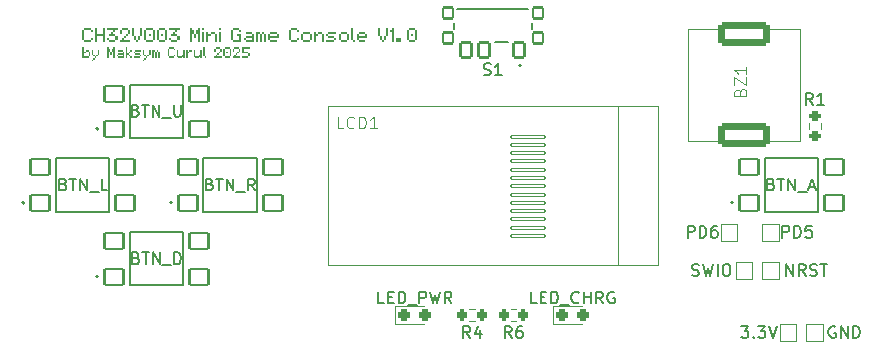
<source format=gbr>
%TF.GenerationSoftware,KiCad,Pcbnew,9.0.6*%
%TF.CreationDate,2025-11-17T13:54:39+01:00*%
%TF.ProjectId,CH32Console,43483332-436f-46e7-936f-6c652e6b6963,rev?*%
%TF.SameCoordinates,Original*%
%TF.FileFunction,Legend,Top*%
%TF.FilePolarity,Positive*%
%FSLAX46Y46*%
G04 Gerber Fmt 4.6, Leading zero omitted, Abs format (unit mm)*
G04 Created by KiCad (PCBNEW 9.0.6) date 2025-11-17 13:54:39*
%MOMM*%
%LPD*%
G01*
G04 APERTURE LIST*
G04 Aperture macros list*
%AMRoundRect*
0 Rectangle with rounded corners*
0 $1 Rounding radius*
0 $2 $3 $4 $5 $6 $7 $8 $9 X,Y pos of 4 corners*
0 Add a 4 corners polygon primitive as box body*
4,1,4,$2,$3,$4,$5,$6,$7,$8,$9,$2,$3,0*
0 Add four circle primitives for the rounded corners*
1,1,$1+$1,$2,$3*
1,1,$1+$1,$4,$5*
1,1,$1+$1,$6,$7*
1,1,$1+$1,$8,$9*
0 Add four rect primitives between the rounded corners*
20,1,$1+$1,$2,$3,$4,$5,0*
20,1,$1+$1,$4,$5,$6,$7,0*
20,1,$1+$1,$6,$7,$8,$9,0*
20,1,$1+$1,$8,$9,$2,$3,0*%
G04 Aperture macros list end*
%ADD10C,0.100000*%
%ADD11C,0.150000*%
%ADD12C,0.127000*%
%ADD13C,0.200000*%
%ADD14C,0.120000*%
%ADD15RoundRect,0.052500X1.447500X0.122500X-1.447500X0.122500X-1.447500X-0.122500X1.447500X-0.122500X0*%
%ADD16RoundRect,0.102000X-0.800000X-0.700000X0.800000X-0.700000X0.800000X0.700000X-0.800000X0.700000X0*%
%ADD17RoundRect,0.237500X-0.287500X-0.237500X0.287500X-0.237500X0.287500X0.237500X-0.287500X0.237500X0*%
%ADD18R,1.000000X1.000000*%
%ADD19RoundRect,0.315000X1.885000X-0.735000X1.885000X0.735000X-1.885000X0.735000X-1.885000X-0.735000X0*%
%ADD20C,0.900000*%
%ADD21RoundRect,0.102000X0.450000X0.625000X-0.450000X0.625000X-0.450000X-0.625000X0.450000X-0.625000X0*%
%ADD22RoundRect,0.102000X0.400000X0.450000X-0.400000X0.450000X-0.400000X-0.450000X0.400000X-0.450000X0*%
%ADD23RoundRect,0.200000X0.200000X0.275000X-0.200000X0.275000X-0.200000X-0.275000X0.200000X-0.275000X0*%
%ADD24RoundRect,0.200000X-0.200000X-0.275000X0.200000X-0.275000X0.200000X0.275000X-0.200000X0.275000X0*%
%ADD25RoundRect,0.200000X0.275000X-0.200000X0.275000X0.200000X-0.275000X0.200000X-0.275000X-0.200000X0*%
%ADD26O,1.700000X1.100000*%
G04 APERTURE END LIST*
D10*
G36*
X111925000Y-67660000D02*
G01*
X111925000Y-67484877D01*
X112445603Y-67484877D01*
X112445603Y-67660000D01*
X111925000Y-67660000D01*
G37*
G36*
X112450366Y-67483412D02*
G01*
X112450366Y-67308290D01*
X112625366Y-67308290D01*
X112625366Y-67483412D01*
X112450366Y-67483412D01*
G37*
G36*
X111750000Y-67483412D02*
G01*
X111750000Y-66609511D01*
X111925000Y-66609511D01*
X111925000Y-67483412D01*
X111750000Y-67483412D01*
G37*
G36*
X112450366Y-66784633D02*
G01*
X112450366Y-66609511D01*
X112625366Y-66609511D01*
X112625366Y-66784633D01*
X112450366Y-66784633D01*
G37*
G36*
X111925000Y-66608046D02*
G01*
X111925000Y-66432923D01*
X112445603Y-66432923D01*
X112445603Y-66608046D01*
X111925000Y-66608046D01*
G37*
G36*
X112799267Y-67660000D02*
G01*
X112799267Y-66432923D01*
X112974267Y-66432923D01*
X112974267Y-66961221D01*
X113499633Y-66961221D01*
X113499633Y-66432923D01*
X113674633Y-66432923D01*
X113674633Y-67660000D01*
X113499633Y-67660000D01*
X113499633Y-67136343D01*
X112974267Y-67136343D01*
X112974267Y-67660000D01*
X112799267Y-67660000D01*
G37*
G36*
X114023534Y-67660000D02*
G01*
X114023534Y-67484877D01*
X114544138Y-67484877D01*
X114544138Y-67660000D01*
X114023534Y-67660000D01*
G37*
G36*
X113848534Y-67483412D02*
G01*
X113848534Y-67308290D01*
X114023534Y-67308290D01*
X114023534Y-67483412D01*
X113848534Y-67483412D01*
G37*
G36*
X114548900Y-67483412D02*
G01*
X114548900Y-67131702D01*
X114723900Y-67131702D01*
X114723900Y-67483412D01*
X114548900Y-67483412D01*
G37*
G36*
X114023534Y-67131702D02*
G01*
X114023534Y-66961221D01*
X114197191Y-66961221D01*
X114197191Y-66784633D01*
X114372191Y-66784633D01*
X114372191Y-66961221D01*
X114544138Y-66961221D01*
X114544138Y-67131702D01*
X114023534Y-67131702D01*
G37*
G36*
X114372191Y-66784633D02*
G01*
X114372191Y-66608046D01*
X113848534Y-66608046D01*
X113848534Y-66432923D01*
X114723900Y-66432923D01*
X114723900Y-66608046D01*
X114544138Y-66608046D01*
X114544138Y-66784633D01*
X114372191Y-66784633D01*
G37*
G36*
X114897801Y-67660000D02*
G01*
X114897801Y-67484877D01*
X115074511Y-67484877D01*
X115074511Y-67309877D01*
X115249511Y-67309877D01*
X115249511Y-67484877D01*
X115773168Y-67484877D01*
X115773168Y-67660000D01*
X114897801Y-67660000D01*
G37*
G36*
X115249511Y-67309877D02*
G01*
X115249511Y-67136343D01*
X115421458Y-67136343D01*
X115421458Y-67309877D01*
X115249511Y-67309877D01*
G37*
G36*
X115421458Y-67136343D02*
G01*
X115421458Y-66961221D01*
X115596458Y-66961221D01*
X115596458Y-67136343D01*
X115421458Y-67136343D01*
G37*
G36*
X114897801Y-66961221D02*
G01*
X114897801Y-66612686D01*
X115072801Y-66612686D01*
X115072801Y-66961221D01*
X114897801Y-66961221D01*
G37*
G36*
X115598168Y-66961221D02*
G01*
X115598168Y-66612686D01*
X115773168Y-66612686D01*
X115773168Y-66961221D01*
X115598168Y-66961221D01*
G37*
G36*
X115074511Y-66608046D02*
G01*
X115074511Y-66432923D01*
X115596458Y-66432923D01*
X115596458Y-66608046D01*
X115074511Y-66608046D01*
G37*
G36*
X116298778Y-67660000D02*
G01*
X116298778Y-67484877D01*
X116470725Y-67484877D01*
X116470725Y-67660000D01*
X116298778Y-67660000D01*
G37*
G36*
X116123778Y-67484877D02*
G01*
X116123778Y-67136343D01*
X116298778Y-67136343D01*
X116298778Y-67484877D01*
X116123778Y-67484877D01*
G37*
G36*
X116470725Y-67484877D02*
G01*
X116470725Y-67136343D01*
X116645725Y-67136343D01*
X116645725Y-67484877D01*
X116470725Y-67484877D01*
G37*
G36*
X115947069Y-67136343D02*
G01*
X115947069Y-66432923D01*
X116122069Y-66432923D01*
X116122069Y-67136343D01*
X115947069Y-67136343D01*
G37*
G36*
X116647435Y-67136343D02*
G01*
X116647435Y-66432923D01*
X116822435Y-66432923D01*
X116822435Y-67136343D01*
X116647435Y-67136343D01*
G37*
G36*
X117171336Y-67660000D02*
G01*
X117171336Y-67484877D01*
X117691939Y-67484877D01*
X117691939Y-67660000D01*
X117171336Y-67660000D01*
G37*
G36*
X117344993Y-67136343D02*
G01*
X117344993Y-66961221D01*
X117519993Y-66961221D01*
X117519993Y-67136343D01*
X117344993Y-67136343D01*
G37*
G36*
X116996336Y-67484877D02*
G01*
X116996336Y-66612686D01*
X117171336Y-66612686D01*
X117171336Y-67484877D01*
X116996336Y-67484877D01*
G37*
G36*
X117696702Y-67484877D02*
G01*
X117696702Y-66612686D01*
X117871702Y-66612686D01*
X117871702Y-67484877D01*
X117696702Y-67484877D01*
G37*
G36*
X117171336Y-66608046D02*
G01*
X117171336Y-66432923D01*
X117691939Y-66432923D01*
X117691939Y-66608046D01*
X117171336Y-66608046D01*
G37*
G36*
X118220603Y-67660000D02*
G01*
X118220603Y-67484877D01*
X118741207Y-67484877D01*
X118741207Y-67660000D01*
X118220603Y-67660000D01*
G37*
G36*
X118394260Y-67136343D02*
G01*
X118394260Y-66961221D01*
X118569260Y-66961221D01*
X118569260Y-67136343D01*
X118394260Y-67136343D01*
G37*
G36*
X118045603Y-67484877D02*
G01*
X118045603Y-66612686D01*
X118220603Y-66612686D01*
X118220603Y-67484877D01*
X118045603Y-67484877D01*
G37*
G36*
X118745969Y-67484877D02*
G01*
X118745969Y-66612686D01*
X118920969Y-66612686D01*
X118920969Y-67484877D01*
X118745969Y-67484877D01*
G37*
G36*
X118220603Y-66608046D02*
G01*
X118220603Y-66432923D01*
X118741207Y-66432923D01*
X118741207Y-66608046D01*
X118220603Y-66608046D01*
G37*
G36*
X119269870Y-67660000D02*
G01*
X119269870Y-67484877D01*
X119790474Y-67484877D01*
X119790474Y-67660000D01*
X119269870Y-67660000D01*
G37*
G36*
X119094870Y-67483412D02*
G01*
X119094870Y-67308290D01*
X119269870Y-67308290D01*
X119269870Y-67483412D01*
X119094870Y-67483412D01*
G37*
G36*
X119795237Y-67483412D02*
G01*
X119795237Y-67131702D01*
X119970237Y-67131702D01*
X119970237Y-67483412D01*
X119795237Y-67483412D01*
G37*
G36*
X119269870Y-67131702D02*
G01*
X119269870Y-66961221D01*
X119443527Y-66961221D01*
X119443527Y-66784633D01*
X119618527Y-66784633D01*
X119618527Y-66961221D01*
X119790474Y-66961221D01*
X119790474Y-67131702D01*
X119269870Y-67131702D01*
G37*
G36*
X119618527Y-66784633D02*
G01*
X119618527Y-66608046D01*
X119094870Y-66608046D01*
X119094870Y-66432923D01*
X119970237Y-66432923D01*
X119970237Y-66608046D01*
X119790474Y-66608046D01*
X119790474Y-66784633D01*
X119618527Y-66784633D01*
G37*
G36*
X121193649Y-67308290D02*
G01*
X121193649Y-66956580D01*
X121367306Y-66956580D01*
X121367306Y-67308290D01*
X121193649Y-67308290D01*
G37*
G36*
X120843649Y-67660000D02*
G01*
X120843649Y-66432923D01*
X121018649Y-66432923D01*
X121018649Y-66612686D01*
X121193649Y-66612686D01*
X121193649Y-66956580D01*
X121018649Y-66956580D01*
X121018649Y-67660000D01*
X120843649Y-67660000D01*
G37*
G36*
X121544016Y-67660000D02*
G01*
X121544016Y-66956580D01*
X121367306Y-66956580D01*
X121367306Y-66612686D01*
X121544016Y-66612686D01*
X121544016Y-66432923D01*
X121719016Y-66432923D01*
X121719016Y-67660000D01*
X121544016Y-67660000D01*
G37*
G36*
X121892916Y-67660000D02*
G01*
X121892916Y-66784633D01*
X122067916Y-66784633D01*
X122067916Y-67660000D01*
X121892916Y-67660000D01*
G37*
G36*
X121892916Y-66608046D02*
G01*
X121892916Y-66432923D01*
X122067916Y-66432923D01*
X122067916Y-66608046D01*
X121892916Y-66608046D01*
G37*
G36*
X122946092Y-67660000D02*
G01*
X122946092Y-66956580D01*
X123118039Y-66956580D01*
X123118039Y-67660000D01*
X122946092Y-67660000D01*
G37*
G36*
X122242672Y-67660000D02*
G01*
X122242672Y-66784633D01*
X122417672Y-66784633D01*
X122417672Y-66956580D01*
X122594382Y-66956580D01*
X122594382Y-67131702D01*
X122417672Y-67131702D01*
X122417672Y-67660000D01*
X122242672Y-67660000D01*
G37*
G36*
X122594382Y-66959755D02*
G01*
X122594382Y-66784633D01*
X122946092Y-66784633D01*
X122946092Y-66959755D01*
X122594382Y-66959755D01*
G37*
G36*
X123291939Y-67660000D02*
G01*
X123291939Y-66784633D01*
X123466939Y-66784633D01*
X123466939Y-67660000D01*
X123291939Y-67660000D01*
G37*
G36*
X123291939Y-66608046D02*
G01*
X123291939Y-66432923D01*
X123466939Y-66432923D01*
X123466939Y-66608046D01*
X123291939Y-66608046D01*
G37*
G36*
X124516207Y-67660000D02*
G01*
X124516207Y-67484877D01*
X125041573Y-67484877D01*
X125041573Y-67136343D01*
X124863276Y-67136343D01*
X124863276Y-66961221D01*
X125216573Y-66961221D01*
X125216573Y-67660000D01*
X124516207Y-67660000D01*
G37*
G36*
X124341207Y-67484877D02*
G01*
X124341207Y-66612686D01*
X124516207Y-66612686D01*
X124516207Y-67484877D01*
X124341207Y-67484877D01*
G37*
G36*
X125041573Y-66787808D02*
G01*
X125041573Y-66612686D01*
X125216573Y-66612686D01*
X125216573Y-66787808D01*
X125041573Y-66787808D01*
G37*
G36*
X124516207Y-66608046D02*
G01*
X124516207Y-66432923D01*
X125036810Y-66432923D01*
X125036810Y-66608046D01*
X124516207Y-66608046D01*
G37*
G36*
X125390474Y-67483412D02*
G01*
X125390474Y-67308290D01*
X125565474Y-67308290D01*
X125565474Y-67483412D01*
X125390474Y-67483412D01*
G37*
G36*
X125565474Y-67660000D02*
G01*
X125565474Y-67484877D01*
X126090840Y-67484877D01*
X126090840Y-67308290D01*
X125565474Y-67308290D01*
X125565474Y-67136343D01*
X126090840Y-67136343D01*
X126090840Y-66959755D01*
X126265840Y-66959755D01*
X126265840Y-67660000D01*
X125565474Y-67660000D01*
G37*
G36*
X125565474Y-66959755D02*
G01*
X125565474Y-66784633D01*
X126086078Y-66784633D01*
X126086078Y-66959755D01*
X125565474Y-66959755D01*
G37*
G36*
X126789741Y-67660000D02*
G01*
X126789741Y-66956580D01*
X126963398Y-66956580D01*
X126963398Y-67660000D01*
X126789741Y-67660000D01*
G37*
G36*
X127140108Y-67660000D02*
G01*
X127140108Y-66956580D01*
X127315108Y-66956580D01*
X127315108Y-67660000D01*
X127140108Y-67660000D01*
G37*
G36*
X126439741Y-67660000D02*
G01*
X126439741Y-66784633D01*
X126789741Y-66784633D01*
X126789741Y-66959755D01*
X126614741Y-66959755D01*
X126614741Y-67660000D01*
X126439741Y-67660000D01*
G37*
G36*
X126963398Y-66959755D02*
G01*
X126963398Y-66784633D01*
X127138398Y-66784633D01*
X127138398Y-66959755D01*
X126963398Y-66959755D01*
G37*
G36*
X127664009Y-67660000D02*
G01*
X127664009Y-67484877D01*
X128184612Y-67484877D01*
X128184612Y-67660000D01*
X127664009Y-67660000D01*
G37*
G36*
X127489009Y-67480237D02*
G01*
X127489009Y-66956580D01*
X127664009Y-66956580D01*
X127664009Y-67136343D01*
X128189375Y-67136343D01*
X128189375Y-66956580D01*
X128364375Y-66956580D01*
X128364375Y-67311465D01*
X127664009Y-67311465D01*
X127664009Y-67480237D01*
X127489009Y-67480237D01*
G37*
G36*
X127664009Y-66959755D02*
G01*
X127664009Y-66784633D01*
X128184612Y-66784633D01*
X128184612Y-66959755D01*
X127664009Y-66959755D01*
G37*
G36*
X129412787Y-67660000D02*
G01*
X129412787Y-67484877D01*
X129933391Y-67484877D01*
X129933391Y-67660000D01*
X129412787Y-67660000D01*
G37*
G36*
X129938154Y-67483412D02*
G01*
X129938154Y-67308290D01*
X130113154Y-67308290D01*
X130113154Y-67483412D01*
X129938154Y-67483412D01*
G37*
G36*
X129237787Y-67483412D02*
G01*
X129237787Y-66609511D01*
X129412787Y-66609511D01*
X129412787Y-67483412D01*
X129237787Y-67483412D01*
G37*
G36*
X129938154Y-66784633D02*
G01*
X129938154Y-66609511D01*
X130113154Y-66609511D01*
X130113154Y-66784633D01*
X129938154Y-66784633D01*
G37*
G36*
X129412787Y-66608046D02*
G01*
X129412787Y-66432923D01*
X129933391Y-66432923D01*
X129933391Y-66608046D01*
X129412787Y-66608046D01*
G37*
G36*
X130462055Y-67660000D02*
G01*
X130462055Y-67484877D01*
X130982658Y-67484877D01*
X130982658Y-67660000D01*
X130462055Y-67660000D01*
G37*
G36*
X130287055Y-67480237D02*
G01*
X130287055Y-66956580D01*
X130462055Y-66956580D01*
X130462055Y-67480237D01*
X130287055Y-67480237D01*
G37*
G36*
X130987421Y-67480237D02*
G01*
X130987421Y-66956580D01*
X131162421Y-66956580D01*
X131162421Y-67480237D01*
X130987421Y-67480237D01*
G37*
G36*
X130462055Y-66959755D02*
G01*
X130462055Y-66784633D01*
X130982658Y-66784633D01*
X130982658Y-66959755D01*
X130462055Y-66959755D01*
G37*
G36*
X132039741Y-67660000D02*
G01*
X132039741Y-66956580D01*
X132211688Y-66956580D01*
X132211688Y-67660000D01*
X132039741Y-67660000D01*
G37*
G36*
X131336322Y-67660000D02*
G01*
X131336322Y-66784633D01*
X131511322Y-66784633D01*
X131511322Y-66956580D01*
X131688032Y-66956580D01*
X131688032Y-67131702D01*
X131511322Y-67131702D01*
X131511322Y-67660000D01*
X131336322Y-67660000D01*
G37*
G36*
X131688032Y-66959755D02*
G01*
X131688032Y-66784633D01*
X132039741Y-66784633D01*
X132039741Y-66959755D01*
X131688032Y-66959755D01*
G37*
G36*
X132385589Y-67660000D02*
G01*
X132385589Y-67484877D01*
X133081193Y-67484877D01*
X133081193Y-67660000D01*
X132385589Y-67660000D01*
G37*
G36*
X133085956Y-67483412D02*
G01*
X133085956Y-67308290D01*
X133260956Y-67308290D01*
X133260956Y-67483412D01*
X133085956Y-67483412D01*
G37*
G36*
X132560589Y-67308290D02*
G01*
X132560589Y-67136343D01*
X133081193Y-67136343D01*
X133081193Y-67308290D01*
X132560589Y-67308290D01*
G37*
G36*
X132385589Y-67136343D02*
G01*
X132385589Y-66961221D01*
X132560589Y-66961221D01*
X132560589Y-67136343D01*
X132385589Y-67136343D01*
G37*
G36*
X132560589Y-66959755D02*
G01*
X132560589Y-66784633D01*
X133260956Y-66784633D01*
X133260956Y-66959755D01*
X132560589Y-66959755D01*
G37*
G36*
X133609856Y-67660000D02*
G01*
X133609856Y-67484877D01*
X134130460Y-67484877D01*
X134130460Y-67660000D01*
X133609856Y-67660000D01*
G37*
G36*
X133434856Y-67480237D02*
G01*
X133434856Y-66956580D01*
X133609856Y-66956580D01*
X133609856Y-67480237D01*
X133434856Y-67480237D01*
G37*
G36*
X134135223Y-67480237D02*
G01*
X134135223Y-66956580D01*
X134310223Y-66956580D01*
X134310223Y-67480237D01*
X134135223Y-67480237D01*
G37*
G36*
X133609856Y-66959755D02*
G01*
X133609856Y-66784633D01*
X134130460Y-66784633D01*
X134130460Y-66959755D01*
X133609856Y-66959755D01*
G37*
G36*
X134660833Y-67660000D02*
G01*
X134660833Y-67484877D01*
X134835833Y-67484877D01*
X134835833Y-67660000D01*
X134660833Y-67660000D01*
G37*
G36*
X134484124Y-67480237D02*
G01*
X134484124Y-66432923D01*
X134659124Y-66432923D01*
X134659124Y-67480237D01*
X134484124Y-67480237D01*
G37*
G36*
X135182780Y-67660000D02*
G01*
X135182780Y-67484877D01*
X135703384Y-67484877D01*
X135703384Y-67660000D01*
X135182780Y-67660000D01*
G37*
G36*
X135007780Y-67480237D02*
G01*
X135007780Y-66956580D01*
X135182780Y-66956580D01*
X135182780Y-67136343D01*
X135708147Y-67136343D01*
X135708147Y-66956580D01*
X135883147Y-66956580D01*
X135883147Y-67311465D01*
X135182780Y-67311465D01*
X135182780Y-67480237D01*
X135007780Y-67480237D01*
G37*
G36*
X135182780Y-66959755D02*
G01*
X135182780Y-66784633D01*
X135703384Y-66784633D01*
X135703384Y-66959755D01*
X135182780Y-66959755D01*
G37*
G36*
X137108269Y-67660000D02*
G01*
X137108269Y-67484877D01*
X137280216Y-67484877D01*
X137280216Y-67660000D01*
X137108269Y-67660000D01*
G37*
G36*
X136933269Y-67484877D02*
G01*
X136933269Y-67136343D01*
X137108269Y-67136343D01*
X137108269Y-67484877D01*
X136933269Y-67484877D01*
G37*
G36*
X137280216Y-67484877D02*
G01*
X137280216Y-67136343D01*
X137455216Y-67136343D01*
X137455216Y-67484877D01*
X137280216Y-67484877D01*
G37*
G36*
X136756559Y-67136343D02*
G01*
X136756559Y-66432923D01*
X136931559Y-66432923D01*
X136931559Y-67136343D01*
X136756559Y-67136343D01*
G37*
G36*
X137456926Y-67136343D02*
G01*
X137456926Y-66432923D01*
X137631926Y-66432923D01*
X137631926Y-67136343D01*
X137456926Y-67136343D01*
G37*
G36*
X137985589Y-67660000D02*
G01*
X137985589Y-66784633D01*
X137809734Y-66784633D01*
X137809734Y-66609511D01*
X137985589Y-66609511D01*
X137985589Y-66432923D01*
X138160589Y-66432923D01*
X138160589Y-67660000D01*
X137985589Y-67660000D01*
G37*
G36*
X138329483Y-67660000D02*
G01*
X138329483Y-67308290D01*
X138681193Y-67308290D01*
X138681193Y-67660000D01*
X138329483Y-67660000D01*
G37*
G36*
X139377896Y-67660000D02*
G01*
X139377896Y-67484877D01*
X139898499Y-67484877D01*
X139898499Y-67660000D01*
X139377896Y-67660000D01*
G37*
G36*
X139551552Y-67136343D02*
G01*
X139551552Y-66961221D01*
X139726552Y-66961221D01*
X139726552Y-67136343D01*
X139551552Y-67136343D01*
G37*
G36*
X139202896Y-67484877D02*
G01*
X139202896Y-66612686D01*
X139377896Y-66612686D01*
X139377896Y-67484877D01*
X139202896Y-67484877D01*
G37*
G36*
X139903262Y-67484877D02*
G01*
X139903262Y-66612686D01*
X140078262Y-66612686D01*
X140078262Y-67484877D01*
X139903262Y-67484877D01*
G37*
G36*
X139377896Y-66608046D02*
G01*
X139377896Y-66432923D01*
X139898499Y-66432923D01*
X139898499Y-66608046D01*
X139377896Y-66608046D01*
G37*
G36*
X112277564Y-68860177D02*
G01*
X112277564Y-68467435D01*
X112406524Y-68467435D01*
X112406524Y-68860177D01*
X112277564Y-68860177D01*
G37*
G36*
X112013782Y-68469816D02*
G01*
X112013782Y-68338475D01*
X112277564Y-68338475D01*
X112277564Y-68469816D01*
X112013782Y-68469816D01*
G37*
G36*
X111750000Y-68995000D02*
G01*
X111750000Y-68074692D01*
X111881250Y-68074692D01*
X111881250Y-68467435D01*
X112013782Y-68467435D01*
X112013782Y-68598777D01*
X111881250Y-68598777D01*
X111881250Y-68863658D01*
X112277564Y-68863658D01*
X112277564Y-68995000D01*
X111750000Y-68995000D01*
G37*
G36*
X112536950Y-69258782D02*
G01*
X112536950Y-69127440D01*
X112668200Y-69127440D01*
X112668200Y-69258782D01*
X112536950Y-69258782D01*
G37*
G36*
X112669482Y-69126341D02*
G01*
X112669482Y-68995000D01*
X112800732Y-68995000D01*
X112800732Y-69126341D01*
X112669482Y-69126341D01*
G37*
G36*
X112800732Y-68995000D02*
G01*
X112800732Y-68863658D01*
X112929692Y-68863658D01*
X112929692Y-68995000D01*
X112800732Y-68995000D01*
G37*
G36*
X112669482Y-68863658D02*
G01*
X112669482Y-68734698D01*
X112800732Y-68734698D01*
X112800732Y-68863658D01*
X112669482Y-68863658D01*
G37*
G36*
X112929692Y-68863658D02*
G01*
X112929692Y-68734698D01*
X113060942Y-68734698D01*
X113060942Y-68863658D01*
X112929692Y-68863658D01*
G37*
G36*
X112536950Y-68731217D02*
G01*
X112536950Y-68338475D01*
X112668200Y-68338475D01*
X112668200Y-68731217D01*
X112536950Y-68731217D01*
G37*
G36*
X113062225Y-68731217D02*
G01*
X113062225Y-68338475D01*
X113193475Y-68338475D01*
X113193475Y-68731217D01*
X113062225Y-68731217D01*
G37*
G36*
X114111034Y-68731217D02*
G01*
X114111034Y-68467435D01*
X114241277Y-68467435D01*
X114241277Y-68731217D01*
X114111034Y-68731217D01*
G37*
G36*
X113848534Y-68995000D02*
G01*
X113848534Y-68074692D01*
X113979784Y-68074692D01*
X113979784Y-68209515D01*
X114111034Y-68209515D01*
X114111034Y-68467435D01*
X113979784Y-68467435D01*
X113979784Y-68995000D01*
X113848534Y-68995000D01*
G37*
G36*
X114373809Y-68995000D02*
G01*
X114373809Y-68467435D01*
X114241277Y-68467435D01*
X114241277Y-68209515D01*
X114373809Y-68209515D01*
X114373809Y-68074692D01*
X114505059Y-68074692D01*
X114505059Y-68995000D01*
X114373809Y-68995000D01*
G37*
G36*
X114635484Y-68862559D02*
G01*
X114635484Y-68731217D01*
X114766734Y-68731217D01*
X114766734Y-68862559D01*
X114635484Y-68862559D01*
G37*
G36*
X114766734Y-68995000D02*
G01*
X114766734Y-68863658D01*
X115160759Y-68863658D01*
X115160759Y-68731217D01*
X114766734Y-68731217D01*
X114766734Y-68602257D01*
X115160759Y-68602257D01*
X115160759Y-68469816D01*
X115292009Y-68469816D01*
X115292009Y-68995000D01*
X114766734Y-68995000D01*
G37*
G36*
X114766734Y-68469816D02*
G01*
X114766734Y-68338475D01*
X115157187Y-68338475D01*
X115157187Y-68469816D01*
X114766734Y-68469816D01*
G37*
G36*
X115815177Y-68995000D02*
G01*
X115815177Y-68863658D01*
X115946427Y-68863658D01*
X115946427Y-68995000D01*
X115815177Y-68995000D01*
G37*
G36*
X115684935Y-68862559D02*
G01*
X115684935Y-68731217D01*
X115815177Y-68731217D01*
X115815177Y-68862559D01*
X115684935Y-68862559D01*
G37*
G36*
X115684935Y-68602257D02*
G01*
X115684935Y-68470915D01*
X115815177Y-68470915D01*
X115815177Y-68602257D01*
X115684935Y-68602257D01*
G37*
G36*
X115815177Y-68469816D02*
G01*
X115815177Y-68338475D01*
X115946427Y-68338475D01*
X115946427Y-68469816D01*
X115815177Y-68469816D01*
G37*
G36*
X115422435Y-68995000D02*
G01*
X115422435Y-68074692D01*
X115553685Y-68074692D01*
X115553685Y-68602257D01*
X115684935Y-68602257D01*
X115684935Y-68731217D01*
X115553685Y-68731217D01*
X115553685Y-68995000D01*
X115422435Y-68995000D01*
G37*
G36*
X116077494Y-68995000D02*
G01*
X116077494Y-68863658D01*
X116599197Y-68863658D01*
X116599197Y-68995000D01*
X116077494Y-68995000D01*
G37*
G36*
X116602769Y-68862559D02*
G01*
X116602769Y-68731217D01*
X116734019Y-68731217D01*
X116734019Y-68862559D01*
X116602769Y-68862559D01*
G37*
G36*
X116208744Y-68731217D02*
G01*
X116208744Y-68602257D01*
X116599197Y-68602257D01*
X116599197Y-68731217D01*
X116208744Y-68731217D01*
G37*
G36*
X116077494Y-68602257D02*
G01*
X116077494Y-68470915D01*
X116208744Y-68470915D01*
X116208744Y-68602257D01*
X116077494Y-68602257D01*
G37*
G36*
X116208744Y-68469816D02*
G01*
X116208744Y-68338475D01*
X116734019Y-68338475D01*
X116734019Y-68469816D01*
X116208744Y-68469816D01*
G37*
G36*
X116864445Y-69258782D02*
G01*
X116864445Y-69127440D01*
X116995695Y-69127440D01*
X116995695Y-69258782D01*
X116864445Y-69258782D01*
G37*
G36*
X116996977Y-69126341D02*
G01*
X116996977Y-68995000D01*
X117128227Y-68995000D01*
X117128227Y-69126341D01*
X116996977Y-69126341D01*
G37*
G36*
X117128227Y-68995000D02*
G01*
X117128227Y-68863658D01*
X117257187Y-68863658D01*
X117257187Y-68995000D01*
X117128227Y-68995000D01*
G37*
G36*
X116996977Y-68863658D02*
G01*
X116996977Y-68734698D01*
X117128227Y-68734698D01*
X117128227Y-68863658D01*
X116996977Y-68863658D01*
G37*
G36*
X117257187Y-68863658D02*
G01*
X117257187Y-68734698D01*
X117388437Y-68734698D01*
X117388437Y-68863658D01*
X117257187Y-68863658D01*
G37*
G36*
X116864445Y-68731217D02*
G01*
X116864445Y-68338475D01*
X116995695Y-68338475D01*
X116995695Y-68731217D01*
X116864445Y-68731217D01*
G37*
G36*
X117389719Y-68731217D02*
G01*
X117389719Y-68338475D01*
X117520969Y-68338475D01*
X117520969Y-68731217D01*
X117389719Y-68731217D01*
G37*
G36*
X117913895Y-68995000D02*
G01*
X117913895Y-68467435D01*
X118044138Y-68467435D01*
X118044138Y-68995000D01*
X117913895Y-68995000D01*
G37*
G36*
X118176670Y-68995000D02*
G01*
X118176670Y-68467435D01*
X118307920Y-68467435D01*
X118307920Y-68995000D01*
X118176670Y-68995000D01*
G37*
G36*
X117651395Y-68995000D02*
G01*
X117651395Y-68338475D01*
X117913895Y-68338475D01*
X117913895Y-68469816D01*
X117782645Y-68469816D01*
X117782645Y-68995000D01*
X117651395Y-68995000D01*
G37*
G36*
X118044138Y-68469816D02*
G01*
X118044138Y-68338475D01*
X118175388Y-68338475D01*
X118175388Y-68469816D01*
X118044138Y-68469816D01*
G37*
G36*
X119094229Y-68995000D02*
G01*
X119094229Y-68863658D01*
X119484682Y-68863658D01*
X119484682Y-68995000D01*
X119094229Y-68995000D01*
G37*
G36*
X119488254Y-68862559D02*
G01*
X119488254Y-68731217D01*
X119619504Y-68731217D01*
X119619504Y-68862559D01*
X119488254Y-68862559D01*
G37*
G36*
X118962979Y-68862559D02*
G01*
X118962979Y-68207133D01*
X119094229Y-68207133D01*
X119094229Y-68862559D01*
X118962979Y-68862559D01*
G37*
G36*
X119488254Y-68338475D02*
G01*
X119488254Y-68207133D01*
X119619504Y-68207133D01*
X119619504Y-68338475D01*
X119488254Y-68338475D01*
G37*
G36*
X119094229Y-68206034D02*
G01*
X119094229Y-68074692D01*
X119484682Y-68074692D01*
X119484682Y-68206034D01*
X119094229Y-68206034D01*
G37*
G36*
X119881180Y-68995000D02*
G01*
X119881180Y-68863658D01*
X120142672Y-68863658D01*
X120142672Y-68995000D01*
X119881180Y-68995000D01*
G37*
G36*
X119749930Y-68866039D02*
G01*
X119749930Y-68338475D01*
X119881180Y-68338475D01*
X119881180Y-68866039D01*
X119749930Y-68866039D01*
G37*
G36*
X120275204Y-68995000D02*
G01*
X120275204Y-68866039D01*
X120142672Y-68866039D01*
X120142672Y-68734698D01*
X120275204Y-68734698D01*
X120275204Y-68338475D01*
X120406454Y-68338475D01*
X120406454Y-68995000D01*
X120275204Y-68995000D01*
G37*
G36*
X120536880Y-68995000D02*
G01*
X120536880Y-68338475D01*
X120668130Y-68338475D01*
X120668130Y-68470915D01*
X120800662Y-68470915D01*
X120800662Y-68602257D01*
X120668130Y-68602257D01*
X120668130Y-68995000D01*
X120536880Y-68995000D01*
G37*
G36*
X120800662Y-68469816D02*
G01*
X120800662Y-68338475D01*
X121064445Y-68338475D01*
X121064445Y-68469816D01*
X120800662Y-68469816D01*
G37*
G36*
X121323189Y-68995000D02*
G01*
X121323189Y-68863658D01*
X121584682Y-68863658D01*
X121584682Y-68995000D01*
X121323189Y-68995000D01*
G37*
G36*
X121191939Y-68866039D02*
G01*
X121191939Y-68338475D01*
X121323189Y-68338475D01*
X121323189Y-68866039D01*
X121191939Y-68866039D01*
G37*
G36*
X121717214Y-68995000D02*
G01*
X121717214Y-68866039D01*
X121584682Y-68866039D01*
X121584682Y-68734698D01*
X121717214Y-68734698D01*
X121717214Y-68338475D01*
X121848464Y-68338475D01*
X121848464Y-68995000D01*
X121717214Y-68995000D01*
G37*
G36*
X122111422Y-68995000D02*
G01*
X122111422Y-68863658D01*
X122242672Y-68863658D01*
X122242672Y-68995000D01*
X122111422Y-68995000D01*
G37*
G36*
X121978890Y-68860177D02*
G01*
X121978890Y-68074692D01*
X122110140Y-68074692D01*
X122110140Y-68860177D01*
X121978890Y-68860177D01*
G37*
G36*
X122896266Y-68995000D02*
G01*
X122896266Y-68863658D01*
X123028798Y-68863658D01*
X123028798Y-68732408D01*
X123160048Y-68732408D01*
X123160048Y-68863658D01*
X123552791Y-68863658D01*
X123552791Y-68995000D01*
X122896266Y-68995000D01*
G37*
G36*
X123160048Y-68732408D02*
G01*
X123160048Y-68602257D01*
X123289009Y-68602257D01*
X123289009Y-68732408D01*
X123160048Y-68732408D01*
G37*
G36*
X123289009Y-68602257D02*
G01*
X123289009Y-68470915D01*
X123420259Y-68470915D01*
X123420259Y-68602257D01*
X123289009Y-68602257D01*
G37*
G36*
X122896266Y-68470915D02*
G01*
X122896266Y-68209515D01*
X123027516Y-68209515D01*
X123027516Y-68470915D01*
X122896266Y-68470915D01*
G37*
G36*
X123421541Y-68470915D02*
G01*
X123421541Y-68209515D01*
X123552791Y-68209515D01*
X123552791Y-68470915D01*
X123421541Y-68470915D01*
G37*
G36*
X123028798Y-68206034D02*
G01*
X123028798Y-68074692D01*
X123420259Y-68074692D01*
X123420259Y-68206034D01*
X123028798Y-68206034D01*
G37*
G36*
X123814467Y-68995000D02*
G01*
X123814467Y-68863658D01*
X124204919Y-68863658D01*
X124204919Y-68995000D01*
X123814467Y-68995000D01*
G37*
G36*
X123944709Y-68602257D02*
G01*
X123944709Y-68470915D01*
X124075959Y-68470915D01*
X124075959Y-68602257D01*
X123944709Y-68602257D01*
G37*
G36*
X123683217Y-68863658D02*
G01*
X123683217Y-68209515D01*
X123814467Y-68209515D01*
X123814467Y-68863658D01*
X123683217Y-68863658D01*
G37*
G36*
X124208491Y-68863658D02*
G01*
X124208491Y-68209515D01*
X124339741Y-68209515D01*
X124339741Y-68863658D01*
X124208491Y-68863658D01*
G37*
G36*
X123814467Y-68206034D02*
G01*
X123814467Y-68074692D01*
X124204919Y-68074692D01*
X124204919Y-68206034D01*
X123814467Y-68206034D01*
G37*
G36*
X124470167Y-68995000D02*
G01*
X124470167Y-68863658D01*
X124602699Y-68863658D01*
X124602699Y-68732408D01*
X124733949Y-68732408D01*
X124733949Y-68863658D01*
X125126692Y-68863658D01*
X125126692Y-68995000D01*
X124470167Y-68995000D01*
G37*
G36*
X124733949Y-68732408D02*
G01*
X124733949Y-68602257D01*
X124862909Y-68602257D01*
X124862909Y-68732408D01*
X124733949Y-68732408D01*
G37*
G36*
X124862909Y-68602257D02*
G01*
X124862909Y-68470915D01*
X124994159Y-68470915D01*
X124994159Y-68602257D01*
X124862909Y-68602257D01*
G37*
G36*
X124470167Y-68470915D02*
G01*
X124470167Y-68209515D01*
X124601417Y-68209515D01*
X124601417Y-68470915D01*
X124470167Y-68470915D01*
G37*
G36*
X124995442Y-68470915D02*
G01*
X124995442Y-68209515D01*
X125126692Y-68209515D01*
X125126692Y-68470915D01*
X124995442Y-68470915D01*
G37*
G36*
X124602699Y-68206034D02*
G01*
X124602699Y-68074692D01*
X124994159Y-68074692D01*
X124994159Y-68206034D01*
X124602699Y-68206034D01*
G37*
G36*
X125257117Y-68995000D02*
G01*
X125257117Y-68863658D01*
X125784682Y-68863658D01*
X125784682Y-68995000D01*
X125257117Y-68995000D01*
G37*
G36*
X125784682Y-68863658D02*
G01*
X125784682Y-68602257D01*
X125913642Y-68602257D01*
X125913642Y-68863658D01*
X125784682Y-68863658D01*
G37*
G36*
X125257117Y-68602257D02*
G01*
X125257117Y-68074692D01*
X125913642Y-68074692D01*
X125913642Y-68206034D01*
X125388367Y-68206034D01*
X125388367Y-68470915D01*
X125784682Y-68470915D01*
X125784682Y-68602257D01*
X125257117Y-68602257D01*
G37*
X133833333Y-74957419D02*
X133357143Y-74957419D01*
X133357143Y-74957419D02*
X133357143Y-73957419D01*
X134738095Y-74862180D02*
X134690476Y-74909800D01*
X134690476Y-74909800D02*
X134547619Y-74957419D01*
X134547619Y-74957419D02*
X134452381Y-74957419D01*
X134452381Y-74957419D02*
X134309524Y-74909800D01*
X134309524Y-74909800D02*
X134214286Y-74814561D01*
X134214286Y-74814561D02*
X134166667Y-74719323D01*
X134166667Y-74719323D02*
X134119048Y-74528847D01*
X134119048Y-74528847D02*
X134119048Y-74385990D01*
X134119048Y-74385990D02*
X134166667Y-74195514D01*
X134166667Y-74195514D02*
X134214286Y-74100276D01*
X134214286Y-74100276D02*
X134309524Y-74005038D01*
X134309524Y-74005038D02*
X134452381Y-73957419D01*
X134452381Y-73957419D02*
X134547619Y-73957419D01*
X134547619Y-73957419D02*
X134690476Y-74005038D01*
X134690476Y-74005038D02*
X134738095Y-74052657D01*
X135166667Y-74957419D02*
X135166667Y-73957419D01*
X135166667Y-73957419D02*
X135404762Y-73957419D01*
X135404762Y-73957419D02*
X135547619Y-74005038D01*
X135547619Y-74005038D02*
X135642857Y-74100276D01*
X135642857Y-74100276D02*
X135690476Y-74195514D01*
X135690476Y-74195514D02*
X135738095Y-74385990D01*
X135738095Y-74385990D02*
X135738095Y-74528847D01*
X135738095Y-74528847D02*
X135690476Y-74719323D01*
X135690476Y-74719323D02*
X135642857Y-74814561D01*
X135642857Y-74814561D02*
X135547619Y-74909800D01*
X135547619Y-74909800D02*
X135404762Y-74957419D01*
X135404762Y-74957419D02*
X135166667Y-74957419D01*
X136690476Y-74957419D02*
X136119048Y-74957419D01*
X136404762Y-74957419D02*
X136404762Y-73957419D01*
X136404762Y-73957419D02*
X136309524Y-74100276D01*
X136309524Y-74100276D02*
X136214286Y-74195514D01*
X136214286Y-74195514D02*
X136119048Y-74243133D01*
D11*
X110130952Y-79681009D02*
X110273809Y-79728628D01*
X110273809Y-79728628D02*
X110321428Y-79776247D01*
X110321428Y-79776247D02*
X110369047Y-79871485D01*
X110369047Y-79871485D02*
X110369047Y-80014342D01*
X110369047Y-80014342D02*
X110321428Y-80109580D01*
X110321428Y-80109580D02*
X110273809Y-80157200D01*
X110273809Y-80157200D02*
X110178571Y-80204819D01*
X110178571Y-80204819D02*
X109797619Y-80204819D01*
X109797619Y-80204819D02*
X109797619Y-79204819D01*
X109797619Y-79204819D02*
X110130952Y-79204819D01*
X110130952Y-79204819D02*
X110226190Y-79252438D01*
X110226190Y-79252438D02*
X110273809Y-79300057D01*
X110273809Y-79300057D02*
X110321428Y-79395295D01*
X110321428Y-79395295D02*
X110321428Y-79490533D01*
X110321428Y-79490533D02*
X110273809Y-79585771D01*
X110273809Y-79585771D02*
X110226190Y-79633390D01*
X110226190Y-79633390D02*
X110130952Y-79681009D01*
X110130952Y-79681009D02*
X109797619Y-79681009D01*
X110654762Y-79204819D02*
X111226190Y-79204819D01*
X110940476Y-80204819D02*
X110940476Y-79204819D01*
X111559524Y-80204819D02*
X111559524Y-79204819D01*
X111559524Y-79204819D02*
X112130952Y-80204819D01*
X112130952Y-80204819D02*
X112130952Y-79204819D01*
X112369048Y-80300057D02*
X113130952Y-80300057D01*
X113845238Y-80204819D02*
X113369048Y-80204819D01*
X113369048Y-80204819D02*
X113369048Y-79204819D01*
X122535714Y-79681009D02*
X122678571Y-79728628D01*
X122678571Y-79728628D02*
X122726190Y-79776247D01*
X122726190Y-79776247D02*
X122773809Y-79871485D01*
X122773809Y-79871485D02*
X122773809Y-80014342D01*
X122773809Y-80014342D02*
X122726190Y-80109580D01*
X122726190Y-80109580D02*
X122678571Y-80157200D01*
X122678571Y-80157200D02*
X122583333Y-80204819D01*
X122583333Y-80204819D02*
X122202381Y-80204819D01*
X122202381Y-80204819D02*
X122202381Y-79204819D01*
X122202381Y-79204819D02*
X122535714Y-79204819D01*
X122535714Y-79204819D02*
X122630952Y-79252438D01*
X122630952Y-79252438D02*
X122678571Y-79300057D01*
X122678571Y-79300057D02*
X122726190Y-79395295D01*
X122726190Y-79395295D02*
X122726190Y-79490533D01*
X122726190Y-79490533D02*
X122678571Y-79585771D01*
X122678571Y-79585771D02*
X122630952Y-79633390D01*
X122630952Y-79633390D02*
X122535714Y-79681009D01*
X122535714Y-79681009D02*
X122202381Y-79681009D01*
X123059524Y-79204819D02*
X123630952Y-79204819D01*
X123345238Y-80204819D02*
X123345238Y-79204819D01*
X123964286Y-80204819D02*
X123964286Y-79204819D01*
X123964286Y-79204819D02*
X124535714Y-80204819D01*
X124535714Y-80204819D02*
X124535714Y-79204819D01*
X124773810Y-80300057D02*
X125535714Y-80300057D01*
X126345238Y-80204819D02*
X126011905Y-79728628D01*
X125773810Y-80204819D02*
X125773810Y-79204819D01*
X125773810Y-79204819D02*
X126154762Y-79204819D01*
X126154762Y-79204819D02*
X126250000Y-79252438D01*
X126250000Y-79252438D02*
X126297619Y-79300057D01*
X126297619Y-79300057D02*
X126345238Y-79395295D01*
X126345238Y-79395295D02*
X126345238Y-79538152D01*
X126345238Y-79538152D02*
X126297619Y-79633390D01*
X126297619Y-79633390D02*
X126250000Y-79681009D01*
X126250000Y-79681009D02*
X126154762Y-79728628D01*
X126154762Y-79728628D02*
X125773810Y-79728628D01*
X150202380Y-89774819D02*
X149726190Y-89774819D01*
X149726190Y-89774819D02*
X149726190Y-88774819D01*
X150535714Y-89251009D02*
X150869047Y-89251009D01*
X151011904Y-89774819D02*
X150535714Y-89774819D01*
X150535714Y-89774819D02*
X150535714Y-88774819D01*
X150535714Y-88774819D02*
X151011904Y-88774819D01*
X151440476Y-89774819D02*
X151440476Y-88774819D01*
X151440476Y-88774819D02*
X151678571Y-88774819D01*
X151678571Y-88774819D02*
X151821428Y-88822438D01*
X151821428Y-88822438D02*
X151916666Y-88917676D01*
X151916666Y-88917676D02*
X151964285Y-89012914D01*
X151964285Y-89012914D02*
X152011904Y-89203390D01*
X152011904Y-89203390D02*
X152011904Y-89346247D01*
X152011904Y-89346247D02*
X151964285Y-89536723D01*
X151964285Y-89536723D02*
X151916666Y-89631961D01*
X151916666Y-89631961D02*
X151821428Y-89727200D01*
X151821428Y-89727200D02*
X151678571Y-89774819D01*
X151678571Y-89774819D02*
X151440476Y-89774819D01*
X152202381Y-89870057D02*
X152964285Y-89870057D01*
X153773809Y-89679580D02*
X153726190Y-89727200D01*
X153726190Y-89727200D02*
X153583333Y-89774819D01*
X153583333Y-89774819D02*
X153488095Y-89774819D01*
X153488095Y-89774819D02*
X153345238Y-89727200D01*
X153345238Y-89727200D02*
X153250000Y-89631961D01*
X153250000Y-89631961D02*
X153202381Y-89536723D01*
X153202381Y-89536723D02*
X153154762Y-89346247D01*
X153154762Y-89346247D02*
X153154762Y-89203390D01*
X153154762Y-89203390D02*
X153202381Y-89012914D01*
X153202381Y-89012914D02*
X153250000Y-88917676D01*
X153250000Y-88917676D02*
X153345238Y-88822438D01*
X153345238Y-88822438D02*
X153488095Y-88774819D01*
X153488095Y-88774819D02*
X153583333Y-88774819D01*
X153583333Y-88774819D02*
X153726190Y-88822438D01*
X153726190Y-88822438D02*
X153773809Y-88870057D01*
X154202381Y-89774819D02*
X154202381Y-88774819D01*
X154202381Y-89251009D02*
X154773809Y-89251009D01*
X154773809Y-89774819D02*
X154773809Y-88774819D01*
X155821428Y-89774819D02*
X155488095Y-89298628D01*
X155250000Y-89774819D02*
X155250000Y-88774819D01*
X155250000Y-88774819D02*
X155630952Y-88774819D01*
X155630952Y-88774819D02*
X155726190Y-88822438D01*
X155726190Y-88822438D02*
X155773809Y-88870057D01*
X155773809Y-88870057D02*
X155821428Y-88965295D01*
X155821428Y-88965295D02*
X155821428Y-89108152D01*
X155821428Y-89108152D02*
X155773809Y-89203390D01*
X155773809Y-89203390D02*
X155726190Y-89251009D01*
X155726190Y-89251009D02*
X155630952Y-89298628D01*
X155630952Y-89298628D02*
X155250000Y-89298628D01*
X156773809Y-88822438D02*
X156678571Y-88774819D01*
X156678571Y-88774819D02*
X156535714Y-88774819D01*
X156535714Y-88774819D02*
X156392857Y-88822438D01*
X156392857Y-88822438D02*
X156297619Y-88917676D01*
X156297619Y-88917676D02*
X156250000Y-89012914D01*
X156250000Y-89012914D02*
X156202381Y-89203390D01*
X156202381Y-89203390D02*
X156202381Y-89346247D01*
X156202381Y-89346247D02*
X156250000Y-89536723D01*
X156250000Y-89536723D02*
X156297619Y-89631961D01*
X156297619Y-89631961D02*
X156392857Y-89727200D01*
X156392857Y-89727200D02*
X156535714Y-89774819D01*
X156535714Y-89774819D02*
X156630952Y-89774819D01*
X156630952Y-89774819D02*
X156773809Y-89727200D01*
X156773809Y-89727200D02*
X156821428Y-89679580D01*
X156821428Y-89679580D02*
X156821428Y-89346247D01*
X156821428Y-89346247D02*
X156630952Y-89346247D01*
X163011905Y-84204819D02*
X163011905Y-83204819D01*
X163011905Y-83204819D02*
X163392857Y-83204819D01*
X163392857Y-83204819D02*
X163488095Y-83252438D01*
X163488095Y-83252438D02*
X163535714Y-83300057D01*
X163535714Y-83300057D02*
X163583333Y-83395295D01*
X163583333Y-83395295D02*
X163583333Y-83538152D01*
X163583333Y-83538152D02*
X163535714Y-83633390D01*
X163535714Y-83633390D02*
X163488095Y-83681009D01*
X163488095Y-83681009D02*
X163392857Y-83728628D01*
X163392857Y-83728628D02*
X163011905Y-83728628D01*
X164011905Y-84204819D02*
X164011905Y-83204819D01*
X164011905Y-83204819D02*
X164250000Y-83204819D01*
X164250000Y-83204819D02*
X164392857Y-83252438D01*
X164392857Y-83252438D02*
X164488095Y-83347676D01*
X164488095Y-83347676D02*
X164535714Y-83442914D01*
X164535714Y-83442914D02*
X164583333Y-83633390D01*
X164583333Y-83633390D02*
X164583333Y-83776247D01*
X164583333Y-83776247D02*
X164535714Y-83966723D01*
X164535714Y-83966723D02*
X164488095Y-84061961D01*
X164488095Y-84061961D02*
X164392857Y-84157200D01*
X164392857Y-84157200D02*
X164250000Y-84204819D01*
X164250000Y-84204819D02*
X164011905Y-84204819D01*
X165440476Y-83204819D02*
X165250000Y-83204819D01*
X165250000Y-83204819D02*
X165154762Y-83252438D01*
X165154762Y-83252438D02*
X165107143Y-83300057D01*
X165107143Y-83300057D02*
X165011905Y-83442914D01*
X165011905Y-83442914D02*
X164964286Y-83633390D01*
X164964286Y-83633390D02*
X164964286Y-84014342D01*
X164964286Y-84014342D02*
X165011905Y-84109580D01*
X165011905Y-84109580D02*
X165059524Y-84157200D01*
X165059524Y-84157200D02*
X165154762Y-84204819D01*
X165154762Y-84204819D02*
X165345238Y-84204819D01*
X165345238Y-84204819D02*
X165440476Y-84157200D01*
X165440476Y-84157200D02*
X165488095Y-84109580D01*
X165488095Y-84109580D02*
X165535714Y-84014342D01*
X165535714Y-84014342D02*
X165535714Y-83776247D01*
X165535714Y-83776247D02*
X165488095Y-83681009D01*
X165488095Y-83681009D02*
X165440476Y-83633390D01*
X165440476Y-83633390D02*
X165345238Y-83585771D01*
X165345238Y-83585771D02*
X165154762Y-83585771D01*
X165154762Y-83585771D02*
X165059524Y-83633390D01*
X165059524Y-83633390D02*
X165011905Y-83681009D01*
X165011905Y-83681009D02*
X164964286Y-83776247D01*
X171357143Y-87454819D02*
X171357143Y-86454819D01*
X171357143Y-86454819D02*
X171928571Y-87454819D01*
X171928571Y-87454819D02*
X171928571Y-86454819D01*
X172976190Y-87454819D02*
X172642857Y-86978628D01*
X172404762Y-87454819D02*
X172404762Y-86454819D01*
X172404762Y-86454819D02*
X172785714Y-86454819D01*
X172785714Y-86454819D02*
X172880952Y-86502438D01*
X172880952Y-86502438D02*
X172928571Y-86550057D01*
X172928571Y-86550057D02*
X172976190Y-86645295D01*
X172976190Y-86645295D02*
X172976190Y-86788152D01*
X172976190Y-86788152D02*
X172928571Y-86883390D01*
X172928571Y-86883390D02*
X172880952Y-86931009D01*
X172880952Y-86931009D02*
X172785714Y-86978628D01*
X172785714Y-86978628D02*
X172404762Y-86978628D01*
X173357143Y-87407200D02*
X173500000Y-87454819D01*
X173500000Y-87454819D02*
X173738095Y-87454819D01*
X173738095Y-87454819D02*
X173833333Y-87407200D01*
X173833333Y-87407200D02*
X173880952Y-87359580D01*
X173880952Y-87359580D02*
X173928571Y-87264342D01*
X173928571Y-87264342D02*
X173928571Y-87169104D01*
X173928571Y-87169104D02*
X173880952Y-87073866D01*
X173880952Y-87073866D02*
X173833333Y-87026247D01*
X173833333Y-87026247D02*
X173738095Y-86978628D01*
X173738095Y-86978628D02*
X173547619Y-86931009D01*
X173547619Y-86931009D02*
X173452381Y-86883390D01*
X173452381Y-86883390D02*
X173404762Y-86835771D01*
X173404762Y-86835771D02*
X173357143Y-86740533D01*
X173357143Y-86740533D02*
X173357143Y-86645295D01*
X173357143Y-86645295D02*
X173404762Y-86550057D01*
X173404762Y-86550057D02*
X173452381Y-86502438D01*
X173452381Y-86502438D02*
X173547619Y-86454819D01*
X173547619Y-86454819D02*
X173785714Y-86454819D01*
X173785714Y-86454819D02*
X173928571Y-86502438D01*
X174214286Y-86454819D02*
X174785714Y-86454819D01*
X174500000Y-87454819D02*
X174500000Y-86454819D01*
X170057142Y-79681009D02*
X170199999Y-79728628D01*
X170199999Y-79728628D02*
X170247618Y-79776247D01*
X170247618Y-79776247D02*
X170295237Y-79871485D01*
X170295237Y-79871485D02*
X170295237Y-80014342D01*
X170295237Y-80014342D02*
X170247618Y-80109580D01*
X170247618Y-80109580D02*
X170199999Y-80157200D01*
X170199999Y-80157200D02*
X170104761Y-80204819D01*
X170104761Y-80204819D02*
X169723809Y-80204819D01*
X169723809Y-80204819D02*
X169723809Y-79204819D01*
X169723809Y-79204819D02*
X170057142Y-79204819D01*
X170057142Y-79204819D02*
X170152380Y-79252438D01*
X170152380Y-79252438D02*
X170199999Y-79300057D01*
X170199999Y-79300057D02*
X170247618Y-79395295D01*
X170247618Y-79395295D02*
X170247618Y-79490533D01*
X170247618Y-79490533D02*
X170199999Y-79585771D01*
X170199999Y-79585771D02*
X170152380Y-79633390D01*
X170152380Y-79633390D02*
X170057142Y-79681009D01*
X170057142Y-79681009D02*
X169723809Y-79681009D01*
X170580952Y-79204819D02*
X171152380Y-79204819D01*
X170866666Y-80204819D02*
X170866666Y-79204819D01*
X171485714Y-80204819D02*
X171485714Y-79204819D01*
X171485714Y-79204819D02*
X172057142Y-80204819D01*
X172057142Y-80204819D02*
X172057142Y-79204819D01*
X172295238Y-80300057D02*
X173057142Y-80300057D01*
X173247619Y-79919104D02*
X173723809Y-79919104D01*
X173152381Y-80204819D02*
X173485714Y-79204819D01*
X173485714Y-79204819D02*
X173819047Y-80204819D01*
X175488095Y-91752438D02*
X175392857Y-91704819D01*
X175392857Y-91704819D02*
X175250000Y-91704819D01*
X175250000Y-91704819D02*
X175107143Y-91752438D01*
X175107143Y-91752438D02*
X175011905Y-91847676D01*
X175011905Y-91847676D02*
X174964286Y-91942914D01*
X174964286Y-91942914D02*
X174916667Y-92133390D01*
X174916667Y-92133390D02*
X174916667Y-92276247D01*
X174916667Y-92276247D02*
X174964286Y-92466723D01*
X174964286Y-92466723D02*
X175011905Y-92561961D01*
X175011905Y-92561961D02*
X175107143Y-92657200D01*
X175107143Y-92657200D02*
X175250000Y-92704819D01*
X175250000Y-92704819D02*
X175345238Y-92704819D01*
X175345238Y-92704819D02*
X175488095Y-92657200D01*
X175488095Y-92657200D02*
X175535714Y-92609580D01*
X175535714Y-92609580D02*
X175535714Y-92276247D01*
X175535714Y-92276247D02*
X175345238Y-92276247D01*
X175964286Y-92704819D02*
X175964286Y-91704819D01*
X175964286Y-91704819D02*
X176535714Y-92704819D01*
X176535714Y-92704819D02*
X176535714Y-91704819D01*
X177011905Y-92704819D02*
X177011905Y-91704819D01*
X177011905Y-91704819D02*
X177250000Y-91704819D01*
X177250000Y-91704819D02*
X177392857Y-91752438D01*
X177392857Y-91752438D02*
X177488095Y-91847676D01*
X177488095Y-91847676D02*
X177535714Y-91942914D01*
X177535714Y-91942914D02*
X177583333Y-92133390D01*
X177583333Y-92133390D02*
X177583333Y-92276247D01*
X177583333Y-92276247D02*
X177535714Y-92466723D01*
X177535714Y-92466723D02*
X177488095Y-92561961D01*
X177488095Y-92561961D02*
X177392857Y-92657200D01*
X177392857Y-92657200D02*
X177250000Y-92704819D01*
X177250000Y-92704819D02*
X177011905Y-92704819D01*
X116261904Y-73431009D02*
X116404761Y-73478628D01*
X116404761Y-73478628D02*
X116452380Y-73526247D01*
X116452380Y-73526247D02*
X116499999Y-73621485D01*
X116499999Y-73621485D02*
X116499999Y-73764342D01*
X116499999Y-73764342D02*
X116452380Y-73859580D01*
X116452380Y-73859580D02*
X116404761Y-73907200D01*
X116404761Y-73907200D02*
X116309523Y-73954819D01*
X116309523Y-73954819D02*
X115928571Y-73954819D01*
X115928571Y-73954819D02*
X115928571Y-72954819D01*
X115928571Y-72954819D02*
X116261904Y-72954819D01*
X116261904Y-72954819D02*
X116357142Y-73002438D01*
X116357142Y-73002438D02*
X116404761Y-73050057D01*
X116404761Y-73050057D02*
X116452380Y-73145295D01*
X116452380Y-73145295D02*
X116452380Y-73240533D01*
X116452380Y-73240533D02*
X116404761Y-73335771D01*
X116404761Y-73335771D02*
X116357142Y-73383390D01*
X116357142Y-73383390D02*
X116261904Y-73431009D01*
X116261904Y-73431009D02*
X115928571Y-73431009D01*
X116785714Y-72954819D02*
X117357142Y-72954819D01*
X117071428Y-73954819D02*
X117071428Y-72954819D01*
X117690476Y-73954819D02*
X117690476Y-72954819D01*
X117690476Y-72954819D02*
X118261904Y-73954819D01*
X118261904Y-73954819D02*
X118261904Y-72954819D01*
X118500000Y-74050057D02*
X119261904Y-74050057D01*
X119500000Y-72954819D02*
X119500000Y-73764342D01*
X119500000Y-73764342D02*
X119547619Y-73859580D01*
X119547619Y-73859580D02*
X119595238Y-73907200D01*
X119595238Y-73907200D02*
X119690476Y-73954819D01*
X119690476Y-73954819D02*
X119880952Y-73954819D01*
X119880952Y-73954819D02*
X119976190Y-73907200D01*
X119976190Y-73907200D02*
X120023809Y-73859580D01*
X120023809Y-73859580D02*
X120071428Y-73764342D01*
X120071428Y-73764342D02*
X120071428Y-72954819D01*
D10*
X167433609Y-71880952D02*
X167481228Y-71738095D01*
X167481228Y-71738095D02*
X167528847Y-71690476D01*
X167528847Y-71690476D02*
X167624085Y-71642857D01*
X167624085Y-71642857D02*
X167766942Y-71642857D01*
X167766942Y-71642857D02*
X167862180Y-71690476D01*
X167862180Y-71690476D02*
X167909800Y-71738095D01*
X167909800Y-71738095D02*
X167957419Y-71833333D01*
X167957419Y-71833333D02*
X167957419Y-72214285D01*
X167957419Y-72214285D02*
X166957419Y-72214285D01*
X166957419Y-72214285D02*
X166957419Y-71880952D01*
X166957419Y-71880952D02*
X167005038Y-71785714D01*
X167005038Y-71785714D02*
X167052657Y-71738095D01*
X167052657Y-71738095D02*
X167147895Y-71690476D01*
X167147895Y-71690476D02*
X167243133Y-71690476D01*
X167243133Y-71690476D02*
X167338371Y-71738095D01*
X167338371Y-71738095D02*
X167385990Y-71785714D01*
X167385990Y-71785714D02*
X167433609Y-71880952D01*
X167433609Y-71880952D02*
X167433609Y-72214285D01*
X166957419Y-71309523D02*
X166957419Y-70642857D01*
X166957419Y-70642857D02*
X167957419Y-71309523D01*
X167957419Y-71309523D02*
X167957419Y-70642857D01*
X167957419Y-69738095D02*
X167957419Y-70309523D01*
X167957419Y-70023809D02*
X166957419Y-70023809D01*
X166957419Y-70023809D02*
X167100276Y-70119047D01*
X167100276Y-70119047D02*
X167195514Y-70214285D01*
X167195514Y-70214285D02*
X167243133Y-70309523D01*
D11*
X167523810Y-91704819D02*
X168142857Y-91704819D01*
X168142857Y-91704819D02*
X167809524Y-92085771D01*
X167809524Y-92085771D02*
X167952381Y-92085771D01*
X167952381Y-92085771D02*
X168047619Y-92133390D01*
X168047619Y-92133390D02*
X168095238Y-92181009D01*
X168095238Y-92181009D02*
X168142857Y-92276247D01*
X168142857Y-92276247D02*
X168142857Y-92514342D01*
X168142857Y-92514342D02*
X168095238Y-92609580D01*
X168095238Y-92609580D02*
X168047619Y-92657200D01*
X168047619Y-92657200D02*
X167952381Y-92704819D01*
X167952381Y-92704819D02*
X167666667Y-92704819D01*
X167666667Y-92704819D02*
X167571429Y-92657200D01*
X167571429Y-92657200D02*
X167523810Y-92609580D01*
X168571429Y-92609580D02*
X168619048Y-92657200D01*
X168619048Y-92657200D02*
X168571429Y-92704819D01*
X168571429Y-92704819D02*
X168523810Y-92657200D01*
X168523810Y-92657200D02*
X168571429Y-92609580D01*
X168571429Y-92609580D02*
X168571429Y-92704819D01*
X168952381Y-91704819D02*
X169571428Y-91704819D01*
X169571428Y-91704819D02*
X169238095Y-92085771D01*
X169238095Y-92085771D02*
X169380952Y-92085771D01*
X169380952Y-92085771D02*
X169476190Y-92133390D01*
X169476190Y-92133390D02*
X169523809Y-92181009D01*
X169523809Y-92181009D02*
X169571428Y-92276247D01*
X169571428Y-92276247D02*
X169571428Y-92514342D01*
X169571428Y-92514342D02*
X169523809Y-92609580D01*
X169523809Y-92609580D02*
X169476190Y-92657200D01*
X169476190Y-92657200D02*
X169380952Y-92704819D01*
X169380952Y-92704819D02*
X169095238Y-92704819D01*
X169095238Y-92704819D02*
X169000000Y-92657200D01*
X169000000Y-92657200D02*
X168952381Y-92609580D01*
X169857143Y-91704819D02*
X170190476Y-92704819D01*
X170190476Y-92704819D02*
X170523809Y-91704819D01*
X145738095Y-70407200D02*
X145880952Y-70454819D01*
X145880952Y-70454819D02*
X146119047Y-70454819D01*
X146119047Y-70454819D02*
X146214285Y-70407200D01*
X146214285Y-70407200D02*
X146261904Y-70359580D01*
X146261904Y-70359580D02*
X146309523Y-70264342D01*
X146309523Y-70264342D02*
X146309523Y-70169104D01*
X146309523Y-70169104D02*
X146261904Y-70073866D01*
X146261904Y-70073866D02*
X146214285Y-70026247D01*
X146214285Y-70026247D02*
X146119047Y-69978628D01*
X146119047Y-69978628D02*
X145928571Y-69931009D01*
X145928571Y-69931009D02*
X145833333Y-69883390D01*
X145833333Y-69883390D02*
X145785714Y-69835771D01*
X145785714Y-69835771D02*
X145738095Y-69740533D01*
X145738095Y-69740533D02*
X145738095Y-69645295D01*
X145738095Y-69645295D02*
X145785714Y-69550057D01*
X145785714Y-69550057D02*
X145833333Y-69502438D01*
X145833333Y-69502438D02*
X145928571Y-69454819D01*
X145928571Y-69454819D02*
X146166666Y-69454819D01*
X146166666Y-69454819D02*
X146309523Y-69502438D01*
X147261904Y-70454819D02*
X146690476Y-70454819D01*
X146976190Y-70454819D02*
X146976190Y-69454819D01*
X146976190Y-69454819D02*
X146880952Y-69597676D01*
X146880952Y-69597676D02*
X146785714Y-69692914D01*
X146785714Y-69692914D02*
X146690476Y-69740533D01*
X137279761Y-89774819D02*
X136803571Y-89774819D01*
X136803571Y-89774819D02*
X136803571Y-88774819D01*
X137613095Y-89251009D02*
X137946428Y-89251009D01*
X138089285Y-89774819D02*
X137613095Y-89774819D01*
X137613095Y-89774819D02*
X137613095Y-88774819D01*
X137613095Y-88774819D02*
X138089285Y-88774819D01*
X138517857Y-89774819D02*
X138517857Y-88774819D01*
X138517857Y-88774819D02*
X138755952Y-88774819D01*
X138755952Y-88774819D02*
X138898809Y-88822438D01*
X138898809Y-88822438D02*
X138994047Y-88917676D01*
X138994047Y-88917676D02*
X139041666Y-89012914D01*
X139041666Y-89012914D02*
X139089285Y-89203390D01*
X139089285Y-89203390D02*
X139089285Y-89346247D01*
X139089285Y-89346247D02*
X139041666Y-89536723D01*
X139041666Y-89536723D02*
X138994047Y-89631961D01*
X138994047Y-89631961D02*
X138898809Y-89727200D01*
X138898809Y-89727200D02*
X138755952Y-89774819D01*
X138755952Y-89774819D02*
X138517857Y-89774819D01*
X139279762Y-89870057D02*
X140041666Y-89870057D01*
X140279762Y-89774819D02*
X140279762Y-88774819D01*
X140279762Y-88774819D02*
X140660714Y-88774819D01*
X140660714Y-88774819D02*
X140755952Y-88822438D01*
X140755952Y-88822438D02*
X140803571Y-88870057D01*
X140803571Y-88870057D02*
X140851190Y-88965295D01*
X140851190Y-88965295D02*
X140851190Y-89108152D01*
X140851190Y-89108152D02*
X140803571Y-89203390D01*
X140803571Y-89203390D02*
X140755952Y-89251009D01*
X140755952Y-89251009D02*
X140660714Y-89298628D01*
X140660714Y-89298628D02*
X140279762Y-89298628D01*
X141184524Y-88774819D02*
X141422619Y-89774819D01*
X141422619Y-89774819D02*
X141613095Y-89060533D01*
X141613095Y-89060533D02*
X141803571Y-89774819D01*
X141803571Y-89774819D02*
X142041667Y-88774819D01*
X142994047Y-89774819D02*
X142660714Y-89298628D01*
X142422619Y-89774819D02*
X142422619Y-88774819D01*
X142422619Y-88774819D02*
X142803571Y-88774819D01*
X142803571Y-88774819D02*
X142898809Y-88822438D01*
X142898809Y-88822438D02*
X142946428Y-88870057D01*
X142946428Y-88870057D02*
X142994047Y-88965295D01*
X142994047Y-88965295D02*
X142994047Y-89108152D01*
X142994047Y-89108152D02*
X142946428Y-89203390D01*
X142946428Y-89203390D02*
X142898809Y-89251009D01*
X142898809Y-89251009D02*
X142803571Y-89298628D01*
X142803571Y-89298628D02*
X142422619Y-89298628D01*
X171011905Y-84204819D02*
X171011905Y-83204819D01*
X171011905Y-83204819D02*
X171392857Y-83204819D01*
X171392857Y-83204819D02*
X171488095Y-83252438D01*
X171488095Y-83252438D02*
X171535714Y-83300057D01*
X171535714Y-83300057D02*
X171583333Y-83395295D01*
X171583333Y-83395295D02*
X171583333Y-83538152D01*
X171583333Y-83538152D02*
X171535714Y-83633390D01*
X171535714Y-83633390D02*
X171488095Y-83681009D01*
X171488095Y-83681009D02*
X171392857Y-83728628D01*
X171392857Y-83728628D02*
X171011905Y-83728628D01*
X172011905Y-84204819D02*
X172011905Y-83204819D01*
X172011905Y-83204819D02*
X172250000Y-83204819D01*
X172250000Y-83204819D02*
X172392857Y-83252438D01*
X172392857Y-83252438D02*
X172488095Y-83347676D01*
X172488095Y-83347676D02*
X172535714Y-83442914D01*
X172535714Y-83442914D02*
X172583333Y-83633390D01*
X172583333Y-83633390D02*
X172583333Y-83776247D01*
X172583333Y-83776247D02*
X172535714Y-83966723D01*
X172535714Y-83966723D02*
X172488095Y-84061961D01*
X172488095Y-84061961D02*
X172392857Y-84157200D01*
X172392857Y-84157200D02*
X172250000Y-84204819D01*
X172250000Y-84204819D02*
X172011905Y-84204819D01*
X173488095Y-83204819D02*
X173011905Y-83204819D01*
X173011905Y-83204819D02*
X172964286Y-83681009D01*
X172964286Y-83681009D02*
X173011905Y-83633390D01*
X173011905Y-83633390D02*
X173107143Y-83585771D01*
X173107143Y-83585771D02*
X173345238Y-83585771D01*
X173345238Y-83585771D02*
X173440476Y-83633390D01*
X173440476Y-83633390D02*
X173488095Y-83681009D01*
X173488095Y-83681009D02*
X173535714Y-83776247D01*
X173535714Y-83776247D02*
X173535714Y-84014342D01*
X173535714Y-84014342D02*
X173488095Y-84109580D01*
X173488095Y-84109580D02*
X173440476Y-84157200D01*
X173440476Y-84157200D02*
X173345238Y-84204819D01*
X173345238Y-84204819D02*
X173107143Y-84204819D01*
X173107143Y-84204819D02*
X173011905Y-84157200D01*
X173011905Y-84157200D02*
X172964286Y-84109580D01*
X144583333Y-92704819D02*
X144250000Y-92228628D01*
X144011905Y-92704819D02*
X144011905Y-91704819D01*
X144011905Y-91704819D02*
X144392857Y-91704819D01*
X144392857Y-91704819D02*
X144488095Y-91752438D01*
X144488095Y-91752438D02*
X144535714Y-91800057D01*
X144535714Y-91800057D02*
X144583333Y-91895295D01*
X144583333Y-91895295D02*
X144583333Y-92038152D01*
X144583333Y-92038152D02*
X144535714Y-92133390D01*
X144535714Y-92133390D02*
X144488095Y-92181009D01*
X144488095Y-92181009D02*
X144392857Y-92228628D01*
X144392857Y-92228628D02*
X144011905Y-92228628D01*
X145440476Y-92038152D02*
X145440476Y-92704819D01*
X145202381Y-91657200D02*
X144964286Y-92371485D01*
X144964286Y-92371485D02*
X145583333Y-92371485D01*
X148083333Y-92704819D02*
X147750000Y-92228628D01*
X147511905Y-92704819D02*
X147511905Y-91704819D01*
X147511905Y-91704819D02*
X147892857Y-91704819D01*
X147892857Y-91704819D02*
X147988095Y-91752438D01*
X147988095Y-91752438D02*
X148035714Y-91800057D01*
X148035714Y-91800057D02*
X148083333Y-91895295D01*
X148083333Y-91895295D02*
X148083333Y-92038152D01*
X148083333Y-92038152D02*
X148035714Y-92133390D01*
X148035714Y-92133390D02*
X147988095Y-92181009D01*
X147988095Y-92181009D02*
X147892857Y-92228628D01*
X147892857Y-92228628D02*
X147511905Y-92228628D01*
X148940476Y-91704819D02*
X148750000Y-91704819D01*
X148750000Y-91704819D02*
X148654762Y-91752438D01*
X148654762Y-91752438D02*
X148607143Y-91800057D01*
X148607143Y-91800057D02*
X148511905Y-91942914D01*
X148511905Y-91942914D02*
X148464286Y-92133390D01*
X148464286Y-92133390D02*
X148464286Y-92514342D01*
X148464286Y-92514342D02*
X148511905Y-92609580D01*
X148511905Y-92609580D02*
X148559524Y-92657200D01*
X148559524Y-92657200D02*
X148654762Y-92704819D01*
X148654762Y-92704819D02*
X148845238Y-92704819D01*
X148845238Y-92704819D02*
X148940476Y-92657200D01*
X148940476Y-92657200D02*
X148988095Y-92609580D01*
X148988095Y-92609580D02*
X149035714Y-92514342D01*
X149035714Y-92514342D02*
X149035714Y-92276247D01*
X149035714Y-92276247D02*
X148988095Y-92181009D01*
X148988095Y-92181009D02*
X148940476Y-92133390D01*
X148940476Y-92133390D02*
X148845238Y-92085771D01*
X148845238Y-92085771D02*
X148654762Y-92085771D01*
X148654762Y-92085771D02*
X148559524Y-92133390D01*
X148559524Y-92133390D02*
X148511905Y-92181009D01*
X148511905Y-92181009D02*
X148464286Y-92276247D01*
X116285714Y-85931009D02*
X116428571Y-85978628D01*
X116428571Y-85978628D02*
X116476190Y-86026247D01*
X116476190Y-86026247D02*
X116523809Y-86121485D01*
X116523809Y-86121485D02*
X116523809Y-86264342D01*
X116523809Y-86264342D02*
X116476190Y-86359580D01*
X116476190Y-86359580D02*
X116428571Y-86407200D01*
X116428571Y-86407200D02*
X116333333Y-86454819D01*
X116333333Y-86454819D02*
X115952381Y-86454819D01*
X115952381Y-86454819D02*
X115952381Y-85454819D01*
X115952381Y-85454819D02*
X116285714Y-85454819D01*
X116285714Y-85454819D02*
X116380952Y-85502438D01*
X116380952Y-85502438D02*
X116428571Y-85550057D01*
X116428571Y-85550057D02*
X116476190Y-85645295D01*
X116476190Y-85645295D02*
X116476190Y-85740533D01*
X116476190Y-85740533D02*
X116428571Y-85835771D01*
X116428571Y-85835771D02*
X116380952Y-85883390D01*
X116380952Y-85883390D02*
X116285714Y-85931009D01*
X116285714Y-85931009D02*
X115952381Y-85931009D01*
X116809524Y-85454819D02*
X117380952Y-85454819D01*
X117095238Y-86454819D02*
X117095238Y-85454819D01*
X117714286Y-86454819D02*
X117714286Y-85454819D01*
X117714286Y-85454819D02*
X118285714Y-86454819D01*
X118285714Y-86454819D02*
X118285714Y-85454819D01*
X118523810Y-86550057D02*
X119285714Y-86550057D01*
X119523810Y-86454819D02*
X119523810Y-85454819D01*
X119523810Y-85454819D02*
X119761905Y-85454819D01*
X119761905Y-85454819D02*
X119904762Y-85502438D01*
X119904762Y-85502438D02*
X120000000Y-85597676D01*
X120000000Y-85597676D02*
X120047619Y-85692914D01*
X120047619Y-85692914D02*
X120095238Y-85883390D01*
X120095238Y-85883390D02*
X120095238Y-86026247D01*
X120095238Y-86026247D02*
X120047619Y-86216723D01*
X120047619Y-86216723D02*
X120000000Y-86311961D01*
X120000000Y-86311961D02*
X119904762Y-86407200D01*
X119904762Y-86407200D02*
X119761905Y-86454819D01*
X119761905Y-86454819D02*
X119523810Y-86454819D01*
X173583333Y-72954819D02*
X173250000Y-72478628D01*
X173011905Y-72954819D02*
X173011905Y-71954819D01*
X173011905Y-71954819D02*
X173392857Y-71954819D01*
X173392857Y-71954819D02*
X173488095Y-72002438D01*
X173488095Y-72002438D02*
X173535714Y-72050057D01*
X173535714Y-72050057D02*
X173583333Y-72145295D01*
X173583333Y-72145295D02*
X173583333Y-72288152D01*
X173583333Y-72288152D02*
X173535714Y-72383390D01*
X173535714Y-72383390D02*
X173488095Y-72431009D01*
X173488095Y-72431009D02*
X173392857Y-72478628D01*
X173392857Y-72478628D02*
X173011905Y-72478628D01*
X174535714Y-72954819D02*
X173964286Y-72954819D01*
X174250000Y-72954819D02*
X174250000Y-71954819D01*
X174250000Y-71954819D02*
X174154762Y-72097676D01*
X174154762Y-72097676D02*
X174059524Y-72192914D01*
X174059524Y-72192914D02*
X173964286Y-72240533D01*
X163380953Y-87407200D02*
X163523810Y-87454819D01*
X163523810Y-87454819D02*
X163761905Y-87454819D01*
X163761905Y-87454819D02*
X163857143Y-87407200D01*
X163857143Y-87407200D02*
X163904762Y-87359580D01*
X163904762Y-87359580D02*
X163952381Y-87264342D01*
X163952381Y-87264342D02*
X163952381Y-87169104D01*
X163952381Y-87169104D02*
X163904762Y-87073866D01*
X163904762Y-87073866D02*
X163857143Y-87026247D01*
X163857143Y-87026247D02*
X163761905Y-86978628D01*
X163761905Y-86978628D02*
X163571429Y-86931009D01*
X163571429Y-86931009D02*
X163476191Y-86883390D01*
X163476191Y-86883390D02*
X163428572Y-86835771D01*
X163428572Y-86835771D02*
X163380953Y-86740533D01*
X163380953Y-86740533D02*
X163380953Y-86645295D01*
X163380953Y-86645295D02*
X163428572Y-86550057D01*
X163428572Y-86550057D02*
X163476191Y-86502438D01*
X163476191Y-86502438D02*
X163571429Y-86454819D01*
X163571429Y-86454819D02*
X163809524Y-86454819D01*
X163809524Y-86454819D02*
X163952381Y-86502438D01*
X164285715Y-86454819D02*
X164523810Y-87454819D01*
X164523810Y-87454819D02*
X164714286Y-86740533D01*
X164714286Y-86740533D02*
X164904762Y-87454819D01*
X164904762Y-87454819D02*
X165142858Y-86454819D01*
X165523810Y-87454819D02*
X165523810Y-86454819D01*
X166190476Y-86454819D02*
X166380952Y-86454819D01*
X166380952Y-86454819D02*
X166476190Y-86502438D01*
X166476190Y-86502438D02*
X166571428Y-86597676D01*
X166571428Y-86597676D02*
X166619047Y-86788152D01*
X166619047Y-86788152D02*
X166619047Y-87121485D01*
X166619047Y-87121485D02*
X166571428Y-87311961D01*
X166571428Y-87311961D02*
X166476190Y-87407200D01*
X166476190Y-87407200D02*
X166380952Y-87454819D01*
X166380952Y-87454819D02*
X166190476Y-87454819D01*
X166190476Y-87454819D02*
X166095238Y-87407200D01*
X166095238Y-87407200D02*
X166000000Y-87311961D01*
X166000000Y-87311961D02*
X165952381Y-87121485D01*
X165952381Y-87121485D02*
X165952381Y-86788152D01*
X165952381Y-86788152D02*
X166000000Y-86597676D01*
X166000000Y-86597676D02*
X166095238Y-86502438D01*
X166095238Y-86502438D02*
X166190476Y-86454819D01*
D10*
%TO.C,LCD1*%
X157100000Y-86550000D02*
X157100000Y-73100000D01*
X160500000Y-86550000D02*
X157100000Y-86550000D01*
X160500000Y-86550000D02*
X132500000Y-86550000D01*
X132500000Y-73050000D01*
X160500000Y-73050000D01*
X160500000Y-86550000D01*
D12*
%TO.C,BTN_L*%
X109500000Y-77500000D02*
X114000000Y-77500000D01*
X109500000Y-82000000D02*
X109500000Y-77500000D01*
X114000000Y-77500000D02*
X114000000Y-82000000D01*
X114000000Y-82000000D02*
X109500000Y-82000000D01*
D13*
X106850000Y-81250000D02*
G75*
G02*
X106650000Y-81250000I-100000J0D01*
G01*
X106650000Y-81250000D02*
G75*
G02*
X106850000Y-81250000I100000J0D01*
G01*
D12*
%TO.C,BTN_R*%
X122000000Y-77500000D02*
X126500000Y-77500000D01*
X122000000Y-82000000D02*
X122000000Y-77500000D01*
X126500000Y-77500000D02*
X126500000Y-82000000D01*
X126500000Y-82000000D02*
X122000000Y-82000000D01*
D13*
X119350000Y-81250000D02*
G75*
G02*
X119150000Y-81250000I-100000J0D01*
G01*
X119150000Y-81250000D02*
G75*
G02*
X119350000Y-81250000I100000J0D01*
G01*
D14*
%TO.C,LED_CHRG*%
X151590000Y-90015000D02*
X151590000Y-91485000D01*
X151590000Y-91485000D02*
X154050000Y-91485000D01*
X154050000Y-90015000D02*
X151590000Y-90015000D01*
%TO.C,PD6*%
X165800000Y-83050000D02*
X167200000Y-83050000D01*
X165800000Y-84450000D02*
X165800000Y-83050000D01*
X167200000Y-83050000D02*
X167200000Y-84450000D01*
X167200000Y-84450000D02*
X165800000Y-84450000D01*
%TO.C,NRST*%
X169300000Y-86300000D02*
X170700000Y-86300000D01*
X169300000Y-87700000D02*
X169300000Y-86300000D01*
X170700000Y-86300000D02*
X170700000Y-87700000D01*
X170700000Y-87700000D02*
X169300000Y-87700000D01*
D12*
%TO.C,BTN_A*%
X169500000Y-77500000D02*
X174000000Y-77500000D01*
X169500000Y-82000000D02*
X169500000Y-77500000D01*
X174000000Y-77500000D02*
X174000000Y-82000000D01*
X174000000Y-82000000D02*
X169500000Y-82000000D01*
D13*
X166850000Y-81250000D02*
G75*
G02*
X166650000Y-81250000I-100000J0D01*
G01*
X166650000Y-81250000D02*
G75*
G02*
X166850000Y-81250000I100000J0D01*
G01*
D14*
%TO.C,GND*%
X173050000Y-91550000D02*
X174450000Y-91550000D01*
X173050000Y-92950000D02*
X173050000Y-91550000D01*
X174450000Y-91550000D02*
X174450000Y-92950000D01*
X174450000Y-92950000D02*
X173050000Y-92950000D01*
D12*
%TO.C,BTN_U*%
X115750000Y-71250000D02*
X120250000Y-71250000D01*
X115750000Y-75750000D02*
X115750000Y-71250000D01*
X120250000Y-71250000D02*
X120250000Y-75750000D01*
X120250000Y-75750000D02*
X115750000Y-75750000D01*
D13*
X113100000Y-75000000D02*
G75*
G02*
X112900000Y-75000000I-100000J0D01*
G01*
X112900000Y-75000000D02*
G75*
G02*
X113100000Y-75000000I100000J0D01*
G01*
D10*
%TO.C,BZ1*%
X163000000Y-66500000D02*
X165500000Y-66500000D01*
X163000000Y-76000000D02*
X163000000Y-66500000D01*
X165500000Y-76000000D02*
X163000000Y-76000000D01*
X170000000Y-66500000D02*
X172500000Y-66500000D01*
X170000000Y-76000000D02*
X172500000Y-76000000D01*
X172500000Y-76000000D02*
X172500000Y-66500000D01*
D14*
%TO.C,3.3V*%
X170800000Y-91550000D02*
X172200000Y-91550000D01*
X170800000Y-92950000D02*
X170800000Y-91550000D01*
X172200000Y-91550000D02*
X172200000Y-92950000D01*
X172200000Y-92950000D02*
X170800000Y-92950000D01*
D12*
%TO.C,S1*%
X143175000Y-66500000D02*
X143175000Y-66000000D01*
X147750000Y-67625000D02*
X146700000Y-67625000D01*
X149500000Y-64875000D02*
X143500000Y-64875000D01*
X149825000Y-66500000D02*
X149825000Y-66000000D01*
D13*
X148900000Y-69650000D02*
G75*
G02*
X148700000Y-69650000I-100000J0D01*
G01*
X148700000Y-69650000D02*
G75*
G02*
X148900000Y-69650000I100000J0D01*
G01*
D14*
%TO.C,LED_PWR*%
X138215000Y-90015000D02*
X138215000Y-91485000D01*
X138215000Y-91485000D02*
X140675000Y-91485000D01*
X140675000Y-90015000D02*
X138215000Y-90015000D01*
%TO.C,PD5*%
X169300000Y-83050000D02*
X170700000Y-83050000D01*
X169300000Y-84450000D02*
X169300000Y-83050000D01*
X170700000Y-83050000D02*
X170700000Y-84450000D01*
X170700000Y-84450000D02*
X169300000Y-84450000D01*
%TO.C,R4*%
X144987258Y-90227500D02*
X144512742Y-90227500D01*
X144987258Y-91272500D02*
X144512742Y-91272500D01*
%TO.C,R6*%
X148012742Y-90227500D02*
X148487258Y-90227500D01*
X148012742Y-91272500D02*
X148487258Y-91272500D01*
D12*
%TO.C,BTN_D*%
X115750000Y-83750000D02*
X120250000Y-83750000D01*
X115750000Y-88250000D02*
X115750000Y-83750000D01*
X120250000Y-83750000D02*
X120250000Y-88250000D01*
X120250000Y-88250000D02*
X115750000Y-88250000D01*
D13*
X113100000Y-87500000D02*
G75*
G02*
X112900000Y-87500000I-100000J0D01*
G01*
X112900000Y-87500000D02*
G75*
G02*
X113100000Y-87500000I100000J0D01*
G01*
D14*
%TO.C,R1*%
X173227500Y-74987258D02*
X173227500Y-74512742D01*
X174272500Y-74987258D02*
X174272500Y-74512742D01*
%TO.C,SWIO*%
X167050000Y-86300000D02*
X168450000Y-86300000D01*
X167050000Y-87700000D02*
X167050000Y-86300000D01*
X168450000Y-86300000D02*
X168450000Y-87700000D01*
X168450000Y-87700000D02*
X167050000Y-87700000D01*
%TD*%
%LPC*%
D15*
%TO.C,LCD1*%
X149500000Y-75650000D03*
X149500000Y-76350000D03*
X149500000Y-77050000D03*
X149500000Y-77750000D03*
X149500000Y-78450000D03*
X149500000Y-79150000D03*
X149500000Y-79850000D03*
X149500000Y-80550000D03*
X149500000Y-81250000D03*
X149500000Y-81950000D03*
X149500000Y-82650000D03*
X149500000Y-83350000D03*
X149500000Y-84050000D03*
%TD*%
D16*
%TO.C,BTN_L*%
X108150000Y-81250000D03*
X115350000Y-81250000D03*
X108150000Y-78250000D03*
X115350000Y-78250000D03*
%TD*%
%TO.C,BTN_R*%
X120650000Y-81250000D03*
X127850000Y-81250000D03*
X120650000Y-78250000D03*
X127850000Y-78250000D03*
%TD*%
D17*
%TO.C,LED_CHRG*%
X152375000Y-90750000D03*
X154125000Y-90750000D03*
%TD*%
D18*
%TO.C,PD6*%
X166500000Y-83750000D03*
%TD*%
%TO.C,NRST*%
X170000000Y-87000000D03*
%TD*%
D16*
%TO.C,BTN_A*%
X168150000Y-81250000D03*
X175350000Y-81250000D03*
X168150000Y-78250000D03*
X175350000Y-78250000D03*
%TD*%
D18*
%TO.C,GND*%
X173750000Y-92250000D03*
%TD*%
D16*
%TO.C,BTN_U*%
X114400000Y-75000000D03*
X121600000Y-75000000D03*
X114400000Y-72000000D03*
X121600000Y-72000000D03*
%TD*%
D19*
%TO.C,BZ1*%
X167750000Y-75500000D03*
X167750000Y-67000000D03*
%TD*%
D18*
%TO.C,3.3V*%
X171500000Y-92250000D03*
%TD*%
D20*
%TO.C,S1*%
X148000000Y-66250000D03*
X145000000Y-66250000D03*
D21*
X148750000Y-68325000D03*
X145750000Y-68325000D03*
X144250000Y-68325000D03*
D22*
X150300000Y-67300000D03*
X142700000Y-67300000D03*
X150300000Y-65200000D03*
X142700000Y-65200000D03*
%TD*%
D17*
%TO.C,LED_PWR*%
X139000000Y-90750000D03*
X140750000Y-90750000D03*
%TD*%
D18*
%TO.C,PD5*%
X170000000Y-83750000D03*
%TD*%
D23*
%TO.C,R4*%
X145575000Y-90750000D03*
X143925000Y-90750000D03*
%TD*%
D24*
%TO.C,R6*%
X147425000Y-90750000D03*
X149075000Y-90750000D03*
%TD*%
D16*
%TO.C,BTN_D*%
X114400000Y-87500000D03*
X121600000Y-87500000D03*
X114400000Y-84500000D03*
X121600000Y-84500000D03*
%TD*%
D25*
%TO.C,R1*%
X173750000Y-75575000D03*
X173750000Y-73925000D03*
%TD*%
D18*
%TO.C,SWIO*%
X167750000Y-87000000D03*
%TD*%
D26*
%TO.C,J1*%
X183550000Y-75480000D03*
X179750000Y-75480000D03*
X183550000Y-84120000D03*
X179750000Y-84120000D03*
%TD*%
%LPD*%
M02*

</source>
